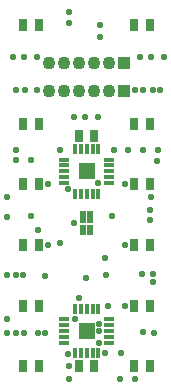
<source format=gbs>
G04 Layer_Color=16711935*
%FSLAX44Y44*%
%MOMM*%
G71*
G01*
G75*
%ADD32C,1.1016*%
%ADD33R,1.1016X1.1016*%
%ADD34C,0.5588*%
%ADD35R,1.3716X1.3716*%
%ADD36R,0.4064X0.9652*%
%ADD37R,0.9652X0.4064*%
%ADD38R,0.8016X1.0015*%
%ADD39R,0.4816X1.1216*%
%ADD40R,0.4816X0.8616*%
D32*
X38250Y253539D02*
D03*
X50950D02*
D03*
X63650D02*
D03*
X76350D02*
D03*
X89050D02*
D03*
X88700Y277000D02*
D03*
X76000D02*
D03*
X63300D02*
D03*
X50600D02*
D03*
X37900D02*
D03*
D33*
X101750Y253539D02*
D03*
X101400Y277000D02*
D03*
D34*
X63250Y78000D02*
D03*
X54750Y30500D02*
D03*
X28000Y254000D02*
D03*
X18000D02*
D03*
X10000D02*
D03*
X55000Y20000D02*
D03*
X85754Y111756D02*
D03*
X47499Y203000D02*
D03*
X123750Y152500D02*
D03*
X124256Y163008D02*
D03*
X103005Y174009D02*
D03*
X92000Y147250D02*
D03*
X69500Y94750D02*
D03*
X59753Y141007D02*
D03*
X123750Y143500D02*
D03*
X129750Y194250D02*
D03*
X47500Y124250D02*
D03*
X54059Y169760D02*
D03*
X103005Y122756D02*
D03*
X60250Y59886D02*
D03*
X110755Y9251D02*
D03*
X3000Y163000D02*
D03*
X37000Y174000D02*
D03*
X3000Y60347D02*
D03*
X29000Y135300D02*
D03*
X23000Y147000D02*
D03*
X10000Y195000D02*
D03*
X37000Y123000D02*
D03*
X111000Y254000D02*
D03*
X132000D02*
D03*
X126000D02*
D03*
X118000D02*
D03*
X55000Y319999D02*
D03*
X105499Y203000D02*
D03*
X118000D02*
D03*
X130498D02*
D03*
X93000D02*
D03*
X79906Y175268D02*
D03*
X59000Y231000D02*
D03*
X79906D02*
D03*
X69000D02*
D03*
X10000Y48000D02*
D03*
X17000D02*
D03*
X29000D02*
D03*
X35000D02*
D03*
X3000D02*
D03*
X10000Y97000D02*
D03*
X16000D02*
D03*
X10000Y203000D02*
D03*
X28000Y282000D02*
D03*
X8000D02*
D03*
X81000Y309000D02*
D03*
Y298500D02*
D03*
X125000Y281500D02*
D03*
X135250D02*
D03*
X115500D02*
D03*
X23000Y195000D02*
D03*
X3000Y146750D02*
D03*
Y97000D02*
D03*
X35000Y96500D02*
D03*
X86250Y97500D02*
D03*
X98000Y9000D02*
D03*
X103005Y71253D02*
D03*
X88500Y71000D02*
D03*
X86000Y31000D02*
D03*
X80500Y40074D02*
D03*
X99060Y31000D02*
D03*
X80504Y56253D02*
D03*
Y50000D02*
D03*
X117500Y49000D02*
D03*
X55000Y9000D02*
D03*
X126188Y91409D02*
D03*
X126000Y98500D02*
D03*
X117250D02*
D03*
X55000Y310750D02*
D03*
X127250Y48250D02*
D03*
X17000Y282000D02*
D03*
D35*
X70000Y49980D02*
D03*
Y185000D02*
D03*
D36*
X79906Y68776D02*
D03*
X75080D02*
D03*
X70000D02*
D03*
X64920D02*
D03*
X60094D02*
D03*
Y31184D02*
D03*
X64920D02*
D03*
X70000D02*
D03*
X75080D02*
D03*
X79906D02*
D03*
X60094Y203796D02*
D03*
X64920D02*
D03*
X70000D02*
D03*
X75080D02*
D03*
X79906D02*
D03*
Y166204D02*
D03*
X75080D02*
D03*
X70000D02*
D03*
X64920D02*
D03*
X60094D02*
D03*
D37*
X51204Y59886D02*
D03*
Y55060D02*
D03*
Y49980D02*
D03*
Y44900D02*
D03*
Y40074D02*
D03*
X88796D02*
D03*
Y44900D02*
D03*
Y49980D02*
D03*
Y55060D02*
D03*
Y59886D02*
D03*
X51204Y175094D02*
D03*
Y179920D02*
D03*
Y185000D02*
D03*
Y190080D02*
D03*
Y194906D02*
D03*
X88796D02*
D03*
Y190080D02*
D03*
Y185000D02*
D03*
Y179920D02*
D03*
Y175094D02*
D03*
D38*
X123332Y174041D02*
D03*
X110332D02*
D03*
X123332Y225387D02*
D03*
X110332D02*
D03*
X123333Y122694D02*
D03*
X110333D02*
D03*
X63500Y214979D02*
D03*
X76500D02*
D03*
X123332Y20000D02*
D03*
X110332D02*
D03*
X123332Y308999D02*
D03*
X110332D02*
D03*
X16500Y225387D02*
D03*
X29500D02*
D03*
X16500Y174041D02*
D03*
X29500D02*
D03*
X16500Y122694D02*
D03*
X29500D02*
D03*
X16500Y20000D02*
D03*
X29500D02*
D03*
X76500D02*
D03*
X63500D02*
D03*
X16500Y308999D02*
D03*
X29500D02*
D03*
X110333Y71269D02*
D03*
X123332D02*
D03*
X16500Y71347D02*
D03*
X29500D02*
D03*
D39*
X73200Y146700D02*
D03*
X66800D02*
D03*
D40*
X73200Y135300D02*
D03*
X66800D02*
D03*
M02*

</source>
